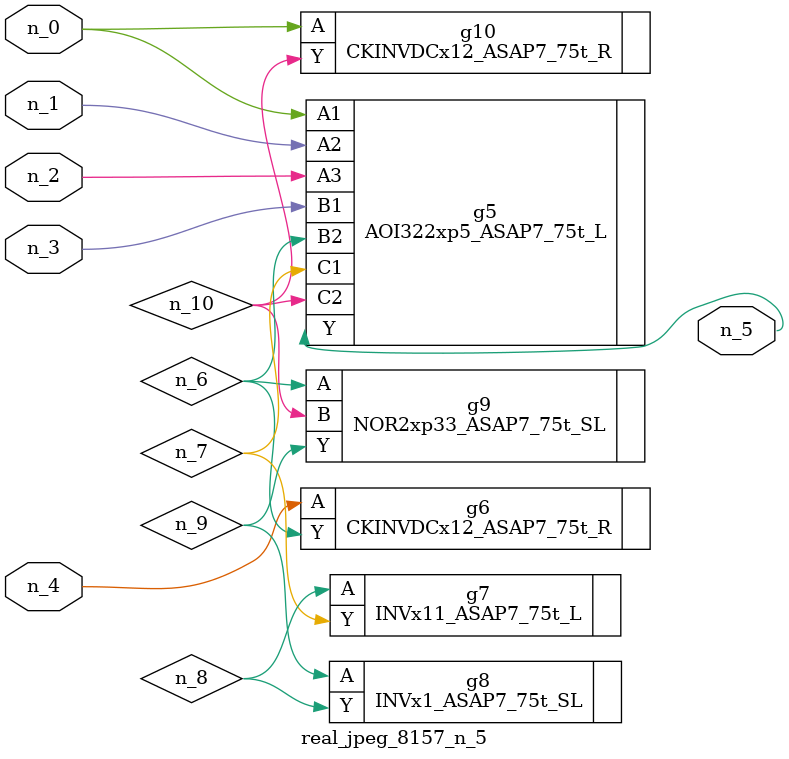
<source format=v>
module real_jpeg_8157_n_5 (n_4, n_0, n_1, n_2, n_3, n_5);

input n_4;
input n_0;
input n_1;
input n_2;
input n_3;

output n_5;

wire n_8;
wire n_6;
wire n_7;
wire n_10;
wire n_9;

AOI322xp5_ASAP7_75t_L g5 ( 
.A1(n_0),
.A2(n_1),
.A3(n_2),
.B1(n_3),
.B2(n_6),
.C1(n_7),
.C2(n_10),
.Y(n_5)
);

CKINVDCx12_ASAP7_75t_R g10 ( 
.A(n_0),
.Y(n_10)
);

CKINVDCx12_ASAP7_75t_R g6 ( 
.A(n_4),
.Y(n_6)
);

NOR2xp33_ASAP7_75t_SL g9 ( 
.A(n_6),
.B(n_10),
.Y(n_9)
);

INVx11_ASAP7_75t_L g7 ( 
.A(n_8),
.Y(n_7)
);

INVx1_ASAP7_75t_SL g8 ( 
.A(n_9),
.Y(n_8)
);


endmodule
</source>
